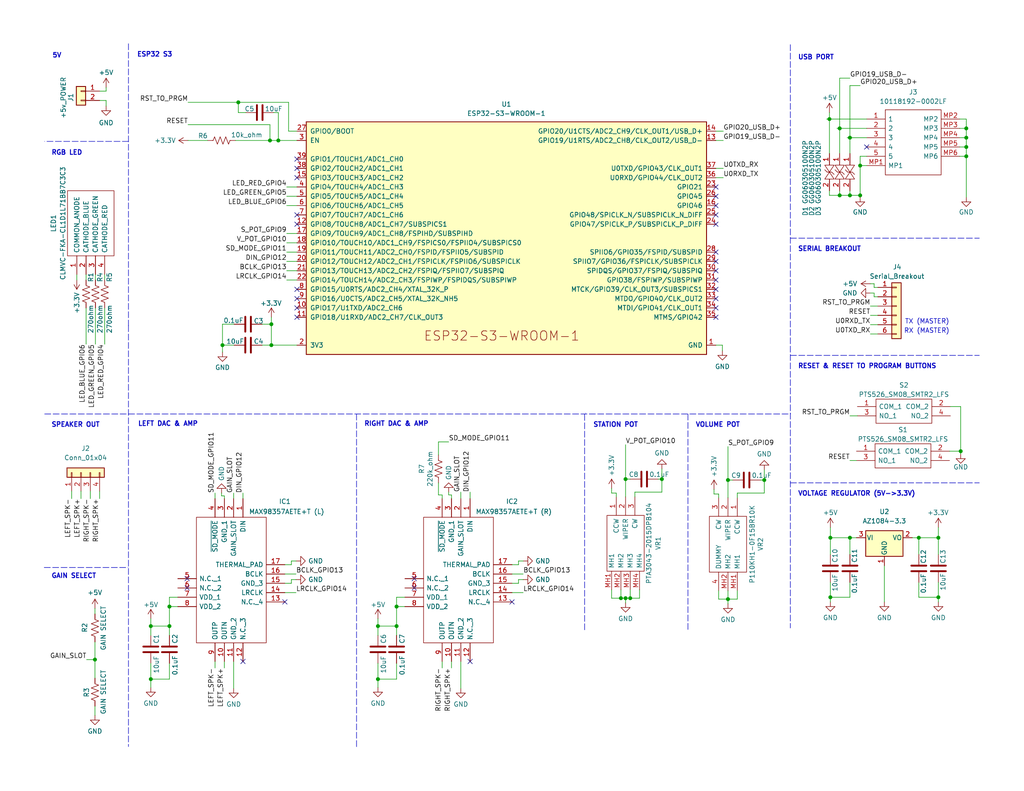
<source format=kicad_sch>
(kicad_sch (version 20211123) (generator eeschema)
  (paper "USLetter")
  (title_block (comment 1 "Reserved Pins: Strapping pins - GPIO0, GPIO3, GPIO45, GPIO46"))
  (lib_symbols
    (symbol "CLMVC-FKA-CL1D1L71BB7C3C3:CLMVC-FKA-CL1D1L71BB7C3C3" (pin_names (offset 0.762))
      (property "Reference" "LED1" (at 0 10.16 0))
      (property "Value" "CLMVC-FKA-CL1D1L71BB7C3C3" (at 0 7.62 0))
      (symbol "CLMVC-FKA-CL1D1L71BB7C3C3_0_0"
        (pin passive line (at -13.97 3.81 0) (length 5.08) (name "COMMON_ANODE") (number "1"))
        (pin passive line (at -13.97 1.27 0) (length 5.08) (name "CATHODE_BLUE") (number "2"))
        (pin passive line (at -13.97 -1.27 0) (length 5.08) (name "CATHODE_GREEN") (number "3"))
        (pin passive line (at -13.97 -3.81 0) (length 5.08) (name "CATHODE_RED") (number "4"))
      )
    )
    (symbol "Conn_01x02_1" (pin_names (offset 1.016) hide)
      (property "Reference" "J?" (at -2.286 -2.794 90))
      (property "Value" "Conn_01x02_1" (at -1.524 -4.826 90))
      (symbol "Conn_01x02_1_1_1"
        (pin passive line (at -5.08 -2.54 0) (length 3.81) (name "Pin_1") (number "1"))
        (pin passive line (at -5.08 0 0) (length 3.81) (name "Pin_2") (number "2"))
      )
    )
    (symbol "Connector_Generic:Conn_01x04" (pin_names (offset 1.016) hide)
      (property "Reference" "J" (at 0 5.08 0))
      (property "Value" "Conn_01x04" (at 0 -7.62 0))
      (symbol "Conn_01x04_1_1"
        (pin passive line (at -5.08 2.54 0) (length 3.81) (name "Pin_1") (number "1"))
        (pin passive line (at -5.08 0 0) (length 3.81) (name "Pin_2") (number "2"))
        (pin passive line (at -5.08 -2.54 0) (length 3.81) (name "Pin_3") (number "3"))
        (pin passive line (at -5.08 -5.08 0) (length 3.81) (name "Pin_4") (number "4"))
      )
    )
    (symbol "Connector_Generic:Conn_01x06" (pin_names (offset 1.016) hide)
      (property "Reference" "J" (at 0 7.62 0))
      (property "Value" "Conn_01x06" (at 0 -10.16 0))
      (symbol "Conn_01x06_1_1"
        (pin passive line (at -5.08 5.08 0) (length 3.81) (name "Pin_1") (number "1"))
        (pin passive line (at -5.08 2.54 0) (length 3.81) (name "Pin_2") (number "2"))
        (pin passive line (at -5.08 0 0) (length 3.81) (name "Pin_3") (number "3"))
        (pin passive line (at -5.08 -2.54 0) (length 3.81) (name "Pin_4") (number "4"))
        (pin passive line (at -5.08 -5.08 0) (length 3.81) (name "Pin_5") (number "5"))
        (pin passive line (at -5.08 -7.62 0) (length 3.81) (name "Pin_6") (number "6"))
      )
    )
    (symbol "Device:C" (pin_numbers hide) (pin_names (offset 0.254))
      (property "Reference" "C" (at 0.635 2.54 0))
      (property "Value" "C" (at 0.635 -2.54 0))
      (symbol "C_1_1"
        (pin passive line (at 0 3.81 270) (length 2.794) (name "~") (number "1"))
        (pin passive line (at 0 -3.81 90) (length 2.794) (name "~") (number "2"))
      )
    )
    (symbol "Device:R_US" (pin_numbers hide) (pin_names (offset 0))
      (property "Reference" "R" (at 2.54 0 90))
      (property "Value" "R_US" (at -2.54 0 90))
      (symbol "R_US_1_1"
        (pin passive line (at 0 3.81 270) (length 1.27) (name "~") (number "1"))
        (pin passive line (at 0 -3.81 90) (length 1.27) (name "~") (number "2"))
      )
    )
    (symbol "Espressif:ESP32-S3-WROOM-1" (pin_names (offset 1.016))
      (property "Reference" "U" (at -53.34 38.1 0))
      (property "Value" "ESP32-S3-WROOM-1" (at -53.34 35.56 0))
      (symbol "ESP32-S3-WROOM-1_0_0"
        (text "ESP32-S3-WROOM-1" (at 0 -25.4 0) (effects (font (size 2.54 2.54))))
        (pin power_in line (at 58.42 -27.94 180) (length 2.54) (name "GND") (number "1"))
        (pin bidirectional line (at -55.88 -17.78 0) (length 2.54) (name "GPIO17/U1TXD/ADC2_CH6") (number "10"))
        (pin bidirectional line (at -55.88 -20.32 0) (length 2.54) (name "GPIO18/U1RXD/ADC2_CH7/CLK_OUT3") (number "11"))
        (pin bidirectional line (at -55.88 5.08 0) (length 2.54) (name "GPIO8/TOUCH8/ADC1_CH7/SUBSPICS1") (number "12"))
        (pin bidirectional line (at 58.42 27.94 180) (length 2.54) (name "GPIO19/U1RTS/ADC2_CH8/CLK_OUT2/USB_D-") (number "13"))
        (pin bidirectional line (at 58.42 30.48 180) (length 2.54) (name "GPIO20/U1CTS/ADC2_CH9/CLK_OUT1/USB_D+") (number "14"))
        (pin bidirectional line (at -55.88 17.78 0) (length 2.54) (name "GPIO3/TOUCH3/ADC1_CH2") (number "15"))
        (pin bidirectional line (at 58.42 10.16 180) (length 2.54) (name "GPIO46") (number "16"))
        (pin bidirectional line (at -55.88 2.54 0) (length 2.54) (name "GPIO9/TOUCH9/ADC1_CH8/FSPIHD/SUBSPIHD") (number "17"))
        (pin bidirectional line (at -55.88 0 0) (length 2.54) (name "GPIO10/TOUCH10/ADC1_CH9/FSPICS0/FSPIIO4/SUBSPICS0") (number "18"))
        (pin bidirectional line (at -55.88 -2.54 0) (length 2.54) (name "GPIO11/TOUCH11/ADC2_CH0/FSPID/FSPIIO5/SUBSPID") (number "19"))
        (pin power_in line (at -55.88 -27.94 0) (length 2.54) (name "3V3") (number "2"))
        (pin bidirectional line (at -55.88 -5.08 0) (length 2.54) (name "GPIO12/TOUCH12/ADC2_CH1/FSPICLK/FSPIIO6/SUBSPICLK") (number "20"))
        (pin bidirectional line (at -55.88 -7.62 0) (length 2.54) (name "GPIO13/TOUCH13/ADC2_CH2/FSPIQ/FSPIIO7/SUBSPIQ") (number "21"))
        (pin bidirectional line (at -55.88 -10.16 0) (length 2.54) (name "GPIO14/TOUCH14/ADC2_CH3/FSPIWP/FSPIDQS/SUBSPIWP") (number "22"))
        (pin bidirectional line (at 58.42 15.24 180) (length 2.54) (name "GPIO21") (number "23"))
        (pin bidirectional line (at 58.42 5.08 180) (length 2.54) (name "GPIO47/SPICLK_P/SUBSPICLK_P_DIFF") (number "24"))
        (pin bidirectional line (at 58.42 7.62 180) (length 2.54) (name "GPIO48/SPICLK_N/SUBSPICLK_N_DIFF") (number "25"))
        (pin bidirectional line (at 58.42 12.7 180) (length 2.54) (name "GPIO45") (number "26"))
        (pin bidirectional line (at -55.88 30.48 0) (length 2.54) (name "GPIO0/BOOT") (number "27"))
        (pin bidirectional line (at 58.42 -2.54 180) (length 2.54) (name "SPIIO6/GPIO35/FSPID/SUBSPID") (number "28"))
        (pin bidirectional line (at 58.42 -5.08 180) (length 2.54) (name "SPIIO7/GPIO36/FSPICLK/SUBSPICLK") (number "29"))
        (pin input line (at -55.88 27.94 0) (length 2.54) (name "EN") (number "3"))
        (pin bidirectional line (at 58.42 -7.62 180) (length 2.54) (name "SPIDQS/GPIO37/FSPIQ/SUBSPIQ") (number "30"))
        (pin bidirectional line (at 58.42 -10.16 180) (length 2.54) (name "GPIO38/FSPIWP/SUBSPIWP") (number "31"))
        (pin bidirectional line (at 58.42 -12.7 180) (length 2.54) (name "MTCK/GPIO39/CLK_OUT3/SUBSPICS1") (number "32"))
        (pin bidirectional line (at 58.42 -15.24 180) (length 2.54) (name "MTDO/GPIO40/CLK_OUT2") (number "33"))
        (pin bidirectional line (at 58.42 -17.78 180) (length 2.54) (name "MTDI/GPIO41/CLK_OUT1") (number "34"))
        (pin bidirectional line (at 58.42 -20.32 180) (length 2.54) (name "MTMS/GPIO42") (number "35"))
        (pin bidirectional line (at 58.42 17.78 180) (length 2.54) (name "U0RXD/GPIO44/CLK_OUT2") (number "36"))
        (pin bidirectional line (at 58.42 20.32 180) (length 2.54) (name "U0TXD/GPIO43/CLK_OUT1") (number "37"))
        (pin bidirectional line (at -55.88 20.32 0) (length 2.54) (name "GPIO2/TOUCH2/ADC1_CH1") (number "38"))
        (pin bidirectional line (at -55.88 22.86 0) (length 2.54) (name "GPIO1/TOUCH1/ADC1_CH0") (number "39"))
        (pin bidirectional line (at -55.88 15.24 0) (length 2.54) (name "GPIO4/TOUCH4/ADC1_CH3") (number "4"))
        (pin passive line (at 58.42 -27.94 180) (length 2.54) hide (name "GND") (number "40"))
        (pin passive line (at 58.42 -27.94 180) (length 2.54) hide (name "GND") (number "41"))
        (pin bidirectional line (at -55.88 12.7 0) (length 2.54) (name "GPIO5/TOUCH5/ADC1_CH4") (number "5"))
        (pin bidirectional line (at -55.88 10.16 0) (length 2.54) (name "GPIO6/TOUCH6/ADC1_CH5") (number "6"))
        (pin bidirectional line (at -55.88 7.62 0) (length 2.54) (name "GPIO7/TOUCH7/ADC1_CH6") (number "7"))
        (pin bidirectional line (at -55.88 -12.7 0) (length 2.54) (name "GPIO15/U0RTS/ADC2_CH4/XTAL_32K_P") (number "8"))
        (pin bidirectional line (at -55.88 -15.24 0) (length 2.54) (name "GPIO16/U0CTS/ADC2_CH5/XTAL_32K_NH5") (number "9"))
      )
    )
    (symbol "MAX98357AETE+T_1" (pin_names (offset 0.762))
      (property "Reference" "IC1" (at -12.954 18.542 0))
      (property "Value" "MAX98357AETE+T (L)" (at -10.668 19.05 0))
      (symbol "MAX98357AETE+T_1_0_0"
        (pin passive line (at -22.86 3.81 0) (length 5.08) (name "DIN") (number "1"))
        (pin passive line (at 21.59 -1.27 180) (length 5.08) (name "OUTN") (number "10"))
        (pin passive line (at 21.59 1.27 180) (length 5.08) (name "GND_2") (number "11"))
        (pin passive line (at 21.59 3.81 180) (length 5.08) (name "N.C._3") (number "12"))
        (pin passive line (at 5.334 15.24 270) (length 5.08) (name "N.C._4") (number "13"))
        (pin passive line (at 2.794 15.24 270) (length 5.08) (name "LRCLK") (number "14"))
        (pin passive line (at 0.254 15.24 270) (length 5.08) (name "GND_3") (number "15"))
        (pin passive line (at -2.286 15.24 270) (length 5.08) (name "BCLK") (number "16"))
        (pin passive line (at -4.826 15.24 270) (length 5.08) (name "THERMAL_PAD") (number "17"))
        (pin passive line (at -22.86 1.27 0) (length 5.08) (name "GAIN_SLOT") (number "2"))
        (pin passive line (at -22.86 -1.27 0) (length 5.08) (name "GND_1") (number "3"))
        (pin passive line (at -22.86 -3.81 0) (length 5.08) (name "~{SD_MODE}") (number "4"))
        (pin passive line (at -1.016 -13.97 90) (length 5.08) (name "N.C._1") (number "5"))
        (pin passive line (at 1.524 -13.97 90) (length 5.08) (name "N.C._2") (number "6"))
        (pin passive line (at 4.064 -13.97 90) (length 5.08) (name "VDD_1") (number "7"))
        (pin passive line (at 6.604 -13.97 90) (length 5.08) (name "VDD_2") (number "8"))
        (pin passive line (at 21.59 -3.81 180) (length 5.08) (name "OUTP") (number "9"))
      )
    )
    (symbol "P110KH1-0F15BR10K:P110KH1-0F15BR10K" (pin_names (offset 0.762))
      (property "Reference" "VR?" (at -6.858 -11.43 0))
      (property "Value" "P110KH1-0F15BR10K" (at -9.398 -11.43 0))
      (symbol "P110KH1-0F15BR10K_0_0"
        (pin passive line (at -12.7 2.54 0) (length 5.08) (name "CCW") (number "1"))
        (pin passive line (at -12.7 0 0) (length 5.08) (name "WIPER") (number "2"))
        (pin passive line (at -12.7 -2.54 0) (length 5.08) (name "CW") (number "3"))
        (pin passive line (at 12.7 -2.54 180) (length 5.08) (name "DUMMY") (number "4"))
        (pin passive line (at 12.7 2.54 180) (length 5.08) (name "MH1") (number "MH1"))
        (pin passive line (at 12.7 0 180) (length 5.08) (name "MH2") (number "MH2"))
      )
    )
    (symbol "PTA3043-2015DPB104:PTA3043-2015DPB104" (pin_names (offset 0.762))
      (property "Reference" "VR?" (at 8.89 0 90))
      (property "Value" "PTA3043-2015DPB104" (at 6.35 0 90))
      (symbol "PTA3043-2015DPB104_0_0"
        (pin passive line (at -2.54 12.7 270) (length 5.08) (name "CCW") (number "1"))
        (pin passive line (at 0 12.7 270) (length 5.08) (name "WIPER") (number "2"))
        (pin passive line (at 2.54 12.7 270) (length 5.08) (name "CW") (number "3"))
        (pin passive line (at -3.81 -12.7 90) (length 5.08) (name "MH1") (number "MH1"))
        (pin passive line (at -1.27 -12.7 90) (length 5.08) (name "MH2") (number "MH2"))
        (pin passive line (at 1.27 -12.7 90) (length 5.08) (name "MH3") (number "MH3"))
        (pin passive line (at 3.81 -12.7 90) (length 5.08) (name "MH4") (number "MH4"))
      )
    )
    (symbol "Regulator_Linear:AZ1084-3.3" (pin_names (offset 0.254))
      (property "Reference" "U" (at -3.81 3.175 0))
      (property "Value" "AZ1084-3.3" (at 0 3.175 0))
      (symbol "AZ1084-3.3_1_1"
        (pin power_in line (at 0 -7.62 90) (length 2.54) (name "GND") (number "1"))
        (pin power_out line (at 7.62 0 180) (length 2.54) (name "VO") (number "2"))
        (pin power_in line (at -7.62 0 0) (length 2.54) (name "VI") (number "3"))
      )
    )
    (symbol "my-symbols-2:PTS526_SM08_SMTR2_LFS" (pin_names (offset 0.762))
      (property "Reference" "S?" (at 0 8.636 0))
      (property "Value" "PTS526_SM08_SMTR2_LFS" (at 0 6.096 0))
      (symbol "PTS526_SM08_SMTR2_LFS_0_0"
        (pin passive line (at -12.7 1.27 0) (length 5.08) (name "COM_1") (number "1"))
        (pin passive line (at 12.7 1.27 180) (length 5.08) (name "COM_2") (number "2"))
        (pin passive line (at -12.7 -1.27 0) (length 5.08) (name "NO_1") (number "3"))
        (pin passive line (at 12.7 -1.27 180) (length 5.08) (name "NO_2") (number "4"))
      )
    )
    (symbol "my-symbols-3:10118192-0002LF" (pin_names (offset 0.762))
      (property "Reference" "J" (at 21.59 7.62 0))
      (property "Value" "10118192-0002LF" (at 21.59 5.08 0))
      (symbol "10118192-0002LF_0_0"
        (pin passive line (at 0 0 0) (length 5.08) (name "1") (number "1"))
        (pin passive line (at 0 -2.54 0) (length 5.08) (name "2") (number "2"))
        (pin passive line (at 0 -5.08 0) (length 5.08) (name "3") (number "3"))
        (pin passive line (at 0 -7.62 0) (length 5.08) (name "4") (number "4"))
        (pin passive line (at 0 -10.16 0) (length 5.08) (name "5") (number "5"))
        (pin passive line (at 0 -12.7 0) (length 5.08) (name "MP1") (number "MP1"))
        (pin passive line (at 25.4 0 180) (length 5.08) (name "MP2") (number "MP2"))
        (pin passive line (at 25.4 -2.54 180) (length 5.08) (name "MP3") (number "MP3"))
        (pin passive line (at 25.4 -5.08 180) (length 5.08) (name "MP4") (number "MP4"))
        (pin passive line (at 25.4 -7.62 180) (length 5.08) (name "MP5") (number "MP5"))
        (pin passive line (at 25.4 -10.16 180) (length 5.08) (name "MP6") (number "MP6"))
      )
    )
    (symbol "my-symbols:GG060305100N2P" (pin_names (offset 0.762))
      (property "Reference" "D?" (at 0 5.842 0))
      (property "Value" "GG060305100N2P" (at 0 3.302 0))
      (symbol "GG060305100N2P_0_0"
        (pin bidirectional line (at -5.08 0 0) (length 3.18) (name "~") (number "1"))
        (pin bidirectional line (at 5.08 0 180) (length 3.18) (name "~") (number "2"))
      )
    )
    (symbol "power:+3.3V" (power) (pin_names (offset 0))
      (property "Value" "+3.3V" (at 0 3.556 0))
      (symbol "+3.3V_1_1"
        (pin power_in line (at 0 0 90) (length 0) hide (name "+3.3V") (number "1"))
      )
    )
    (symbol "power:+5V" (power) (pin_names (offset 0))
      (property "Value" "+5V" (at 0 3.556 0))
      (symbol "+5V_1_1"
        (pin power_in line (at 0 0 90) (length 0) hide (name "+5V") (number "1"))
      )
    )
    (symbol "power:GND" (power) (pin_names (offset 0))
      (property "Value" "GND" (at 0 -3.81 0))
      (symbol "GND_1_1"
        (pin power_in line (at 0 0 270) (length 0) hide (name "GND") (number "1"))
      )
    )
  )
  (junction (at 234.696 53.34))
  (junction (at 229.108 53.34))
  (junction (at 250.698 146.812))
  (junction (at 231.902 146.812))
  (junction (at 75.946 38.354))
  (junction (at 180.594 130.81))
  (junction (at 263.652 35.052))
  (junction (at 171.958 163.322))
  (junction (at 65.024 27.94))
  (junction (at 226.314 32.512))
  (junction (at 108.204 165.608))
  (junction (at 256.032 146.812))
  (junction (at 170.688 130.81))
  (junction (at 74.041 88.519))
  (junction (at 41.148 170.942))
  (junction (at 73.66 38.354))
  (junction (at 263.652 42.672))
  (junction (at 234.696 45.212))
  (junction (at 46.228 170.942))
  (junction (at 103.124 185.42))
  (junction (at 169.418 163.322))
  (junction (at 226.568 146.812))
  (junction (at 74.041 94.234))
  (junction (at 198.628 131.064))
  (junction (at 60.706 94.234))
  (junction (at 46.228 165.608))
  (junction (at 263.652 37.592))
  (junction (at 256.032 163.068))
  (junction (at 25.908 180.086))
  (junction (at 229.108 35.052))
  (junction (at 263.652 40.132))
  (junction (at 231.902 37.592))
  (junction (at 262.128 123.19))
  (junction (at 198.628 163.576))
  (junction (at 103.124 170.942))
  (junction (at 226.568 163.068))
  (junction (at 231.902 53.34))
  (junction (at 108.204 170.942))
  (junction (at 41.148 185.42))
  (junction (at 208.534 131.064))
  (junction (at 170.688 163.322))
  (no_connect (at 51.054 157.988))
  (no_connect (at 81.026 84.074))
  (no_connect (at 81.026 61.214))
  (no_connect (at 195.326 71.374))
  (no_connect (at 81.026 43.434))
  (no_connect (at 195.326 53.594))
  (no_connect (at 195.326 81.534))
  (no_connect (at 236.474 40.132))
  (no_connect (at 195.326 61.214))
  (no_connect (at 51.054 160.528))
  (no_connect (at 81.026 78.994))
  (no_connect (at 113.03 160.528))
  (no_connect (at 195.326 73.914))
  (no_connect (at 81.026 58.674))
  (no_connect (at 195.326 84.074))
  (no_connect (at 77.724 164.338))
  (no_connect (at 81.026 48.514))
  (no_connect (at 195.326 68.834))
  (no_connect (at 113.03 157.988))
  (no_connect (at 195.326 78.994))
  (no_connect (at 81.026 86.614))
  (no_connect (at 128.27 180.594))
  (no_connect (at 195.326 51.054))
  (no_connect (at 195.326 56.134))
  (no_connect (at 81.026 45.974))
  (no_connect (at 139.7 164.338))
  (no_connect (at 81.026 81.534))
  (no_connect (at 66.294 180.594))
  (no_connect (at 195.326 76.454))
  (no_connect (at 195.326 86.614))
  (no_connect (at 195.326 58.674))
  (wire (pts (xy 261.874 40.132) (xy 263.652 40.132)))
  (wire (pts (xy 63.881 94.234) (xy 60.706 94.234)))
  (wire (pts (xy 229.108 35.052) (xy 228.346 35.052)))
  (wire (pts (xy 41.148 185.42) (xy 46.228 185.42)))
  (wire (pts (xy 231.902 159.004) (xy 231.902 163.068)))
  (wire (pts (xy 24.638 134.112) (xy 24.638 136.144)))
  (wire (pts (xy 171.958 163.322) (xy 174.498 163.322)))
  (wire (pts (xy 229.108 53.34) (xy 231.902 53.34)))
  (wire (pts (xy 79.502 158.242) (xy 79.502 159.258)))
  (wire (pts (xy 198.628 164.846) (xy 198.628 163.576)))
  (wire (pts (xy 238.506 81.026) (xy 239.522 81.026)))
  (wire (pts (xy 261.874 42.672) (xy 263.652 42.672)))
  (wire (pts (xy 234.696 45.212) (xy 236.474 45.212)))
  (wire (pts (xy 65.024 27.94) (xy 65.024 30.734)))
  (wire (pts (xy 198.628 163.576) (xy 201.168 163.576)))
  (wire (pts (xy 170.688 130.81) (xy 171.958 130.81)))
  (wire (pts (xy 142.748 158.242) (xy 141.478 158.242)))
  (wire (pts (xy 256.032 146.812) (xy 256.032 151.384)))
  (polyline (pts (xy 97.282 113.03) (xy 97.282 203.962)))
  (wire (pts (xy 122.428 134.366) (xy 122.428 135.128)))
  (wire (pts (xy 196.088 163.576) (xy 198.628 163.576)))
  (wire (pts (xy 237.49 83.566) (xy 239.522 83.566)))
  (wire (pts (xy 231.902 37.592) (xy 236.474 37.592)))
  (wire (pts (xy 67.056 30.734) (xy 65.024 30.734)))
  (polyline (pts (xy 215.646 97.028) (xy 267.208 97.028)))
  (wire (pts (xy 80.772 153.162) (xy 79.502 153.162)))
  (wire (pts (xy 231.902 113.538) (xy 233.934 113.538)))
  (wire (pts (xy 226.314 32.512) (xy 236.474 32.512)))
  (wire (pts (xy 60.452 134.62) (xy 60.452 135.382)))
  (wire (pts (xy 238.506 80.01) (xy 238.506 81.026)))
  (wire (pts (xy 226.568 146.812) (xy 226.568 151.384)))
  (wire (pts (xy 58.674 134.62) (xy 58.674 136.144)))
  (wire (pts (xy 250.698 163.068) (xy 256.032 163.068)))
  (wire (pts (xy 78.232 73.914) (xy 81.026 73.914)))
  (wire (pts (xy 231.902 146.812) (xy 231.902 151.384)))
  (wire (pts (xy 58.674 180.594) (xy 58.674 182.372)))
  (wire (pts (xy 234.696 53.34) (xy 234.696 45.212)))
  (wire (pts (xy 166.878 163.322) (xy 169.418 163.322)))
  (polyline (pts (xy 215.646 131.826) (xy 267.208 131.826)))
  (wire (pts (xy 241.3 154.432) (xy 241.3 164.338)))
  (wire (pts (xy 194.818 133.604) (xy 194.818 134.874)))
  (wire (pts (xy 198.628 131.064) (xy 199.898 131.064)))
  (wire (pts (xy 51.308 34.036) (xy 73.66 34.036)))
  (wire (pts (xy 103.124 170.942) (xy 103.124 168.91)))
  (wire (pts (xy 41.148 170.942) (xy 41.148 173.482)))
  (wire (pts (xy 231.902 163.068) (xy 226.568 163.068)))
  (wire (pts (xy 28.956 24.892) (xy 28.956 23.876)))
  (wire (pts (xy 170.688 163.322) (xy 170.688 164.592)))
  (polyline (pts (xy 187.706 113.03) (xy 187.706 171.958)))
  (wire (pts (xy 73.66 38.354) (xy 75.946 38.354)))
  (polyline (pts (xy 35.052 88.9) (xy 35.052 203.835)))
  (wire (pts (xy 262.128 123.19) (xy 262.128 123.952)))
  (wire (pts (xy 238.506 78.486) (xy 239.522 78.486)))
  (wire (pts (xy 197.104 94.234) (xy 197.104 95.758)))
  (wire (pts (xy 46.228 165.608) (xy 48.514 165.608)))
  (wire (pts (xy 197.358 35.814) (xy 195.326 35.814)))
  (wire (pts (xy 180.594 128.016) (xy 180.594 130.81)))
  (wire (pts (xy 256.032 159.004) (xy 256.032 163.068)))
  (wire (pts (xy 231.902 37.592) (xy 231.14 37.592)))
  (wire (pts (xy 46.228 181.102) (xy 46.228 185.42)))
  (wire (pts (xy 141.478 154.178) (xy 139.7 154.178)))
  (wire (pts (xy 256.032 163.068) (xy 256.032 164.338)))
  (polyline (pts (xy 159.766 112.776) (xy 159.766 112.776)))
  (wire (pts (xy 27.178 134.112) (xy 27.178 136.144)))
  (wire (pts (xy 103.124 170.942) (xy 103.124 173.482)))
  (wire (pts (xy 139.7 156.718) (xy 142.748 156.718)))
  (wire (pts (xy 41.148 170.942) (xy 41.148 168.91)))
  (wire (pts (xy 25.908 175.26) (xy 25.908 180.086)))
  (wire (pts (xy 170.688 121.412) (xy 170.688 130.81)))
  (wire (pts (xy 81.026 76.454) (xy 78.232 76.454)))
  (wire (pts (xy 237.49 86.106) (xy 239.522 86.106)))
  (wire (pts (xy 259.334 110.998) (xy 262.128 110.998)))
  (wire (pts (xy 64.262 38.354) (xy 73.66 38.354)))
  (wire (pts (xy 234.696 45.212) (xy 234.696 42.672)))
  (wire (pts (xy 231.902 37.592) (xy 231.902 41.91)))
  (polyline (pts (xy 35.052 38.608) (xy 12.192 38.608)))
  (wire (pts (xy 78.232 56.134) (xy 81.026 56.134)))
  (wire (pts (xy 73.66 34.036) (xy 73.66 38.354)))
  (wire (pts (xy 179.578 130.81) (xy 180.594 130.81)))
  (wire (pts (xy 226.568 159.004) (xy 226.568 163.068)))
  (wire (pts (xy 231.902 52.07) (xy 231.902 53.34)))
  (wire (pts (xy 75.946 38.354) (xy 81.026 38.354)))
  (wire (pts (xy 196.088 134.874) (xy 196.088 135.89)))
  (wire (pts (xy 119.634 120.65) (xy 122.428 120.65)))
  (wire (pts (xy 46.228 170.942) (xy 41.148 170.942)))
  (wire (pts (xy 195.326 48.514) (xy 197.358 48.514)))
  (wire (pts (xy 66.294 136.144) (xy 66.294 134.62)))
  (wire (pts (xy 226.314 30.734) (xy 226.314 32.512)))
  (wire (pts (xy 123.19 180.594) (xy 123.19 182.372)))
  (wire (pts (xy 28.575 84.074) (xy 28.575 93.98)))
  (wire (pts (xy 103.124 185.42) (xy 103.124 187.706)))
  (wire (pts (xy 250.698 146.812) (xy 250.698 151.384)))
  (wire (pts (xy 26.035 74.93) (xy 26.035 76.454)))
  (wire (pts (xy 169.418 163.322) (xy 170.688 163.322)))
  (wire (pts (xy 74.041 88.519) (xy 74.041 94.234)))
  (wire (pts (xy 142.748 153.162) (xy 141.478 153.162)))
  (wire (pts (xy 170.688 163.322) (xy 171.958 163.322)))
  (wire (pts (xy 78.232 66.294) (xy 81.026 66.294)))
  (wire (pts (xy 120.65 180.594) (xy 120.65 182.372)))
  (wire (pts (xy 80.772 158.242) (xy 79.502 158.242)))
  (wire (pts (xy 51.308 38.354) (xy 56.642 38.354)))
  (wire (pts (xy 231.902 53.34) (xy 234.696 53.34)))
  (wire (pts (xy 41.148 185.42) (xy 41.148 187.706)))
  (polyline (pts (xy 159.512 171.958) (xy 159.512 112.776)))
  (wire (pts (xy 171.958 161.036) (xy 171.958 163.322)))
  (wire (pts (xy 125.73 134.366) (xy 125.73 136.144)))
  (wire (pts (xy 123.19 136.144) (xy 123.19 135.128)))
  (wire (pts (xy 141.478 159.258) (xy 139.7 159.258)))
  (wire (pts (xy 226.314 32.512) (xy 225.552 32.512)))
  (wire (pts (xy 78.232 63.754) (xy 81.026 63.754)))
  (polyline (pts (xy 215.646 112.776) (xy 215.646 113.03)))
  (wire (pts (xy 234.696 23.368) (xy 231.902 23.368)))
  (wire (pts (xy 261.874 35.052) (xy 263.652 35.052)))
  (wire (pts (xy 262.128 110.998) (xy 262.128 123.19)))
  (wire (pts (xy 103.124 185.42) (xy 108.204 185.42)))
  (wire (pts (xy 119.634 124.206) (xy 119.634 120.65)))
  (wire (pts (xy 263.652 42.672) (xy 263.652 53.848)))
  (polyline (pts (xy 35.052 11.938) (xy 35.052 88.9)))
  (wire (pts (xy 123.19 135.128) (xy 122.428 135.128)))
  (wire (pts (xy 61.214 135.382) (xy 61.214 136.144)))
  (wire (pts (xy 51.308 27.94) (xy 65.024 27.94)))
  (wire (pts (xy 231.902 23.368) (xy 231.902 37.592)))
  (wire (pts (xy 226.314 32.512) (xy 226.314 41.91)))
  (polyline (pts (xy 215.646 65.024) (xy 267.208 65.024)))
  (wire (pts (xy 229.108 21.336) (xy 229.108 35.052)))
  (wire (pts (xy 23.495 74.93) (xy 23.495 76.454)))
  (wire (pts (xy 198.628 161.29) (xy 198.628 163.576)))
  (wire (pts (xy 108.204 170.942) (xy 108.204 173.482)))
  (wire (pts (xy 46.228 165.608) (xy 46.228 170.942)))
  (wire (pts (xy 81.026 68.834) (xy 78.232 68.834)))
  (wire (pts (xy 170.688 130.81) (xy 170.688 135.636)))
  (wire (pts (xy 108.204 165.608) (xy 108.204 170.942)))
  (wire (pts (xy 229.108 52.07) (xy 229.108 53.34)))
  (wire (pts (xy 120.65 135.128) (xy 119.634 135.128)))
  (wire (pts (xy 78.74 27.94) (xy 78.74 35.814)))
  (wire (pts (xy 60.706 88.519) (xy 60.706 94.234)))
  (wire (pts (xy 173.228 134.366) (xy 173.228 135.636)))
  (wire (pts (xy 128.27 134.366) (xy 128.27 136.144)))
  (wire (pts (xy 174.498 161.036) (xy 174.498 163.322)))
  (wire (pts (xy 65.024 27.94) (xy 78.74 27.94)))
  (wire (pts (xy 79.502 153.162) (xy 79.502 154.178)))
  (wire (pts (xy 169.418 161.036) (xy 169.418 163.322)))
  (wire (pts (xy 119.634 131.826) (xy 119.634 135.128)))
  (wire (pts (xy 248.92 146.812) (xy 250.698 146.812)))
  (wire (pts (xy 180.594 134.366) (xy 173.228 134.366)))
  (wire (pts (xy 195.326 45.974) (xy 197.358 45.974)))
  (wire (pts (xy 75.946 30.734) (xy 75.946 38.354)))
  (wire (pts (xy 74.041 94.234) (xy 71.501 94.234)))
  (polyline (pts (xy 215.646 126.746) (xy 215.646 171.45)))
  (wire (pts (xy 201.168 134.62) (xy 201.168 135.89)))
  (wire (pts (xy 229.108 35.052) (xy 236.474 35.052)))
  (wire (pts (xy 166.878 133.35) (xy 166.878 134.62)))
  (wire (pts (xy 74.676 30.734) (xy 75.946 30.734)))
  (wire (pts (xy 28.575 74.93) (xy 28.575 76.454)))
  (wire (pts (xy 25.908 166.116) (xy 25.908 167.64)))
  (wire (pts (xy 231.902 125.73) (xy 233.68 125.73)))
  (wire (pts (xy 108.204 165.608) (xy 110.49 165.608)))
  (wire (pts (xy 78.232 53.594) (xy 81.026 53.594)))
  (wire (pts (xy 79.502 159.258) (xy 77.724 159.258)))
  (wire (pts (xy 226.568 163.068) (xy 226.568 164.338)))
  (wire (pts (xy 234.696 53.848) (xy 234.696 53.34)))
  (wire (pts (xy 263.652 37.592) (xy 263.652 40.132)))
  (wire (pts (xy 194.818 134.874) (xy 196.088 134.874)))
  (wire (pts (xy 22.098 134.112) (xy 22.098 136.144)))
  (wire (pts (xy 108.204 163.068) (xy 108.204 165.608)))
  (wire (pts (xy 60.706 94.234) (xy 60.706 96.139)))
  (wire (pts (xy 233.68 146.812) (xy 231.902 146.812)))
  (wire (pts (xy 27.178 27.432) (xy 28.956 27.432)))
  (polyline (pts (xy 215.646 12.192) (xy 215.646 126.746)))
  (wire (pts (xy 263.652 35.052) (xy 263.652 37.592)))
  (wire (pts (xy 262.128 123.19) (xy 259.08 123.19)))
  (wire (pts (xy 250.698 146.812) (xy 256.032 146.812)))
  (wire (pts (xy 23.622 180.086) (xy 25.908 180.086)))
  (wire (pts (xy 103.124 181.102) (xy 103.124 185.42)))
  (wire (pts (xy 79.502 154.178) (xy 77.724 154.178)))
  (wire (pts (xy 261.874 32.512) (xy 263.652 32.512)))
  (wire (pts (xy 201.168 161.29) (xy 201.168 163.576)))
  (wire (pts (xy 231.902 21.336) (xy 229.108 21.336)))
  (wire (pts (xy 141.478 158.242) (xy 141.478 159.258)))
  (wire (pts (xy 63.754 136.144) (xy 63.754 134.62)))
  (wire (pts (xy 195.326 94.234) (xy 197.104 94.234)))
  (wire (pts (xy 139.7 161.798) (xy 142.748 161.798)))
  (wire (pts (xy 166.878 161.036) (xy 166.878 163.322)))
  (wire (pts (xy 120.65 136.144) (xy 120.65 135.128)))
  (wire (pts (xy 74.041 86.614) (xy 74.041 88.519)))
  (wire (pts (xy 231.902 146.812) (xy 226.568 146.812)))
  (wire (pts (xy 237.49 77.47) (xy 238.506 77.47)))
  (wire (pts (xy 239.522 91.186) (xy 237.49 91.186)))
  (wire (pts (xy 261.874 37.592) (xy 263.652 37.592)))
  (wire (pts (xy 27.178 24.892) (xy 28.956 24.892)))
  (wire (pts (xy 196.088 161.29) (xy 196.088 163.576)))
  (wire (pts (xy 23.495 84.074) (xy 23.495 93.98)))
  (wire (pts (xy 238.506 77.47) (xy 238.506 78.486)))
  (wire (pts (xy 141.478 153.162) (xy 141.478 154.178)))
  (wire (pts (xy 263.652 40.132) (xy 263.652 42.672)))
  (polyline (pts (xy 12.065 154.94) (xy 34.925 154.94)))
  (wire (pts (xy 25.908 195.326) (xy 25.908 192.786)))
  (wire (pts (xy 78.74 35.814) (xy 81.026 35.814)))
  (wire (pts (xy 250.698 159.004) (xy 250.698 163.068)))
  (wire (pts (xy 229.108 35.052) (xy 229.108 41.91)))
  (wire (pts (xy 77.724 156.718) (xy 80.772 156.718)))
  (wire (pts (xy 110.49 163.068) (xy 108.204 163.068)))
  (polyline (pts (xy 12.192 113.03) (xy 215.646 113.03)))
  (wire (pts (xy 108.204 170.942) (xy 103.124 170.942)))
  (wire (pts (xy 60.452 135.382) (xy 61.214 135.382)))
  (wire (pts (xy 226.314 52.07) (xy 226.314 53.34)))
  (wire (pts (xy 19.558 134.112) (xy 19.558 136.144)))
  (wire (pts (xy 26.035 84.074) (xy 26.035 93.98)))
  (wire (pts (xy 25.908 180.086) (xy 25.908 185.166)))
  (wire (pts (xy 63.881 88.519) (xy 60.706 88.519)))
  (wire (pts (xy 234.696 42.672) (xy 236.474 42.672)))
  (wire (pts (xy 78.232 51.054) (xy 81.026 51.054)))
  (wire (pts (xy 77.724 161.798) (xy 80.772 161.798)))
  (wire (pts (xy 168.148 134.62) (xy 168.148 135.636)))
  (wire (pts (xy 256.032 144.018) (xy 256.032 146.812)))
  (wire (pts (xy 198.628 131.064) (xy 198.628 135.89)))
  (wire (pts (xy 78.232 71.374) (xy 81.026 71.374)))
  (wire (pts (xy 46.228 163.068) (xy 46.228 165.608)))
  (wire (pts (xy 226.568 144.018) (xy 226.568 146.812)))
  (wire (pts (xy 180.594 130.81) (xy 180.594 134.366)))
  (wire (pts (xy 48.514 163.068) (xy 46.228 163.068)))
  (wire (pts (xy 226.314 53.34) (xy 229.108 53.34)))
  (wire (pts (xy 237.49 80.01) (xy 238.506 80.01)))
  (wire (pts (xy 208.534 128.27) (xy 208.534 131.064)))
  (wire (pts (xy 74.041 88.519) (xy 71.501 88.519)))
  (wire (pts (xy 28.956 27.432) (xy 28.956 28.956)))
  (wire (pts (xy 208.534 134.62) (xy 201.168 134.62)))
  (wire (pts (xy 20.955 76.454) (xy 20.955 74.93)))
  (wire (pts (xy 207.518 131.064) (xy 208.534 131.064)))
  (wire (pts (xy 239.522 88.646) (xy 237.49 88.646)))
  (wire (pts (xy 195.326 38.354) (xy 197.358 38.354)))
  (wire (pts (xy 108.204 181.102) (xy 108.204 185.42)))
  (wire (pts (xy 263.652 32.512) (xy 263.652 35.052)))
  (wire (pts (xy 46.228 170.942) (xy 46.228 173.482)))
  (wire (pts (xy 208.534 131.064) (xy 208.534 134.62)))
  (wire (pts (xy 166.878 134.62) (xy 168.148 134.62)))
  (wire (pts (xy 61.214 180.594) (xy 61.214 182.372)))
  (wire (pts (xy 41.148 181.102) (xy 41.148 185.42)))
  (wire (pts (xy 125.73 180.594) (xy 125.73 187.96)))
  (wire (pts (xy 63.754 180.594) (xy 63.754 187.96)))
  (wire (pts (xy 198.628 121.92) (xy 198.628 131.064)))
  (wire (pts (xy 74.041 94.234) (xy 81.026 94.234)))
  (text "RESET & RESET TO PROGRAM BUTTONS" (at 217.678 100.838 0) (effects (font (size 1.27 1.27) (thickness 0.254) bold) (justify left bottom)))
  (text "RGB LED" (at 13.97 42.545 0) (effects (font (size 1.27 1.27) (thickness 0.254) bold) (justify left bottom)))
  (text "VOLUME POT" (at 189.738 116.84 0) (effects (font (size 1.27 1.27) (thickness 0.254) bold) (justify left bottom)))
  (text "LEFT DAC & AMP" (at 37.592 116.586 0) (effects (font (size 1.27 1.27) (thickness 0.254) bold) (justify left bottom)))
  (text "5V " (at 14.224 16.002 0) (effects (font (size 1.27 1.27) (thickness 0.254) bold) (justify left bottom)))
  (text "STATION POT" (at 161.798 116.84 0) (effects (font (size 1.27 1.27) (thickness 0.254) bold) (justify left bottom)))
  (text "SPEAKER OUT" (at 13.97 116.84 0) (effects (font (size 1.27 1.27) (thickness 0.254) bold) (justify left bottom)))
  (text "RIGHT DAC & AMP" (at 99.314 116.586 0) (effects (font (size 1.27 1.27) (thickness 0.254) bold) (justify left bottom)))
  (text "ESP32 S3" (at 37.338 15.748 0) (effects (font (size 1.27 1.27) (thickness 0.254) bold) (justify left bottom)))
  (text "SERIAL BREAKOUT" (at 217.678 68.834 0) (effects (font (size 1.27 1.27) (thickness 0.254) bold) (justify left bottom)))
  (text "USB PORT" (at 217.678 16.51 0) (effects (font (size 1.27 1.27) (thickness 0.254) bold) (justify left bottom)))
  (text "GAIN SELECT" (at 13.97 158.115 0) (effects (font (size 1.27 1.27) (thickness 0.254) bold) (justify left bottom)))
  (text "VOLTAGE REGULATOR (5V->3.3V)" (at 217.678 135.636 0) (effects (font (size 1.27 1.27) (thickness 0.254) bold) (justify left bottom)))
  (text "RX (MASTER)" (at 246.634 91.186 0) (effects (font (size 1.27 1.27)) (justify left bottom)))
  (text "TX (MASTER)" (at 246.888 88.646 0) (effects (font (size 1.27 1.27)) (justify left bottom)))
  (label "S_POT_GPIO9" (at 198.628 121.92 0))
  (label "U0TXD_RX" (at 197.358 45.974 0))
  (label "GAIN_SLOT" (at 125.73 134.366 90))
  (label "LEFT_SPK-" (at 19.558 136.144 270))
  (label "LED_RED_GPIO4" (at 78.232 51.054 180))
  (label "RIGHT_SPK-" (at 24.638 136.144 270))
  (label "LRCLK_GPIO14" (at 78.232 76.454 180))
  (label "SD_MODE_GPIO11" (at 58.674 134.62 90))
  (label "SD_MODE_GPIO11" (at 122.428 120.65 0))
  (label "BCLK_GPIO13" (at 78.232 73.914 180))
  (label "DIN_GPIO12" (at 128.27 134.366 90))
  (label "GPIO20_USB_D+" (at 197.358 35.814 0))
  (label "LED_BLUE_GPIO6" (at 23.495 93.98 270))
  (label "LED_RED_GPIO4" (at 28.575 93.98 270))
  (label "S_POT_GPIO9" (at 78.232 63.754 180))
  (label "LED_GREEN_GPIO5" (at 26.035 93.98 270))
  (label "RESET" (at 51.308 34.036 180))
  (label "U0TXD_RX" (at 237.49 91.186 180))
  (label "LEFT_SPK+" (at 61.214 182.372 270))
  (label "DIN_GPIO12" (at 66.294 134.62 90))
  (label "BCLK_GPIO13" (at 80.772 156.718 0))
  (label "GPIO19_USB_D-" (at 231.902 21.336 0))
  (label "SD_MODE_GPIO11" (at 78.232 68.834 180))
  (label "GPIO20_USB_D+" (at 234.696 23.368 0))
  (label "LED_BLUE_GPIO6" (at 78.232 56.134 180))
  (label "RST_TO_PRGM" (at 237.49 83.566 180))
  (label "RST_TO_PRGM" (at 51.308 27.94 180))
  (label "GAIN_SLOT" (at 63.754 134.62 90))
  (label "RIGHT_SPK-" (at 120.65 182.372 270))
  (label "RIGHT_SPK+" (at 27.178 136.144 270))
  (label "LRCLK_GPIO14" (at 142.748 161.798 0))
  (label "BCLK_GPIO13" (at 142.748 156.718 0))
  (label "LRCLK_GPIO14" (at 80.772 161.798 0))
  (label "GPIO19_USB_D-" (at 197.358 38.354 0))
  (label "RIGHT_SPK+" (at 123.19 182.372 270))
  (label "GAIN_SLOT" (at 23.622 180.086 180))
  (label "U0RXD_TX" (at 197.358 48.514 0))
  (label "RESET" (at 237.49 86.106 180))
  (label "U0RXD_TX" (at 237.49 88.646 180))
  (label "LEFT_SPK-" (at 58.674 182.372 270))
  (label "DIN_GPIO12" (at 78.232 71.374 180))
  (label "V_POT_GPIO10" (at 170.688 121.412 0))
  (label "LEFT_SPK+" (at 22.098 136.144 270))
  (label "V_POT_GPIO10" (at 78.232 66.294 180))
  (label "LED_GREEN_GPIO5" (at 78.232 53.594 180))
  (label "RESET" (at 231.902 125.73 180))
  (label "RST_TO_PRGM" (at 231.902 113.538 180))
  (symbol (lib_id "power:GND") (at 80.772 153.162 90) (unit 1)
    (property "Reference" "#PWR013" (effects hide))
    (property "Value" "GND" (at 84.074 153.162 90) (effects (justify right)))
  )
  (symbol (lib_id "Device:R_US") (at 60.452 38.354 90) (unit 1)
    (property "Reference" "R6" (at 55.372 37.084 90))
    (property "Value" "10k_ohm" (at 67.31 36.83 90))
    (property "Footprint" "Resistor_SMD:R_1206_3216Metric" (effects hide))
  )
  (symbol (lib_id "power:GND") (at 142.748 158.242 90) (unit 1)
    (property "Reference" "#PWR020" (effects hide))
    (property "Value" "GND" (at 146.05 158.242 90) (effects (justify right)))
  )
  (symbol (lib_id "power:+5V") (at 28.956 23.876 0) (unit 1)
    (property "Reference" "#PWR04" (effects hide))
    (property "Value" "+5V" (at 28.956 19.812 0))
  )
  (symbol (lib_id "Device:R_US") (at 23.495 80.264 180) (unit 1)
    (property "Reference" "R1" (at 24.765 75.692 90))
    (property "Value" "270ohm" (at 24.765 87.122 90))
    (property "Footprint" "Resistor_SMD:R_1206_3216Metric" (effects hide))
  )
  (symbol (lib_id "my-symbols:GG060305100N2P") (at 226.314 46.99 270) (unit 1)
    (property "Reference" "D1" (at 219.71 57.658 0))
    (property "Value" "GG060305100N2P" (at 219.71 46.99 0))
    (property "Footprint" "my-footprints:DIONC1608X70N" (effects hide))
    (property "Datasheet" "https://www.mouser.com/datasheet/2/40/AVX_GiGuard-2401264.pdf" (effects hide))
    (property "Description" "ESD Suppressors / TVS Diodes SMP Diode 0603 5V 10pF <8V Clamp@1a" (effects hide))
    (property "Height" "0.7" (effects hide))
    (property "Manufacturer_Name" "Kyocera AVX" (effects hide))
    (property "Manufacturer_Part_Number" "GG060305100N2P" (effects hide))
    (property "Mouser Part Number" "581-GG060305100N2P" (effects hide))
    (property "Mouser Price/Stock" "https://www.mouser.co.uk/ProductDetail/KYOCERA-AVX/GG060305100N2P?qs=QNEnbhJQKvZ38qL0Ea5hYg%3D%3D" (effects hide))
  )
  (symbol (lib_id "power:+5V") (at 41.148 168.91 0) (unit 1)
    (property "Reference" "#PWR06" (effects hide))
    (property "Value" "+5V" (at 39.116 165.1 0) (effects (justify left)))
  )
  (symbol (lib_id "power:GND") (at 208.534 128.27 180) (unit 1)
    (property "Reference" "#PWR027" (effects hide))
    (property "Value" "GND" (at 208.534 123.952 0))
  )
  (symbol (lib_id "power:GND") (at 41.148 187.706 0) (unit 1)
    (property "Reference" "#PWR07" (effects hide))
    (property "Value" "GND" (at 41.148 192.024 0))
  )
  (symbol (lib_id "Device:C") (at 70.866 30.734 270) (unit 1)
    (property "Reference" "C5" (at 68.072 29.718 90))
    (property "Value" "10uF" (at 74.676 29.718 90))
    (property "Footprint" "Capacitor_SMD:C_0805_2012Metric" (effects hide))
  )
  (symbol (lib_id "power:+5V") (at 226.314 30.734 0) (unit 1)
    (property "Reference" "#PWR028" (effects hide))
    (property "Value" "+5V" (at 224.282 26.67 0) (effects (justify left)))
  )
  (symbol (lib_id "Connector_Generic:Conn_01x06") (at 244.602 83.566 0) (unit 1)
    (property "Reference" "J4" (at 243.586 72.898 0) (effects (justify left)))
    (property "Value" "Serial_Breakout" (at 237.236 75.438 0) (effects (justify left)))
    (property "Footprint" "Connector_PinHeader_2.54mm:PinHeader_1x06_P2.54mm_Vertical" (effects hide))
  )
  (symbol (lib_id "CLMVC-FKA-CL1D1L71BB7C3C3:CLMVC-FKA-CL1D1L71BB7C3C3") (at 24.765 60.96 90) (unit 1)
    (property "Reference" "LED1" (at 14.605 60.96 0))
    (property "Value" "CLMVC-FKA-CL1D1L71BB7C3C3" (at 17.145 60.96 0))
    (property "Footprint" "CLMVC-FKA-CL1D1L71BB7C3C3:CLMVCFKACL1D1L71BB7C3C3" (effects hide))
    (property "Datasheet" "https://www.cree.com/led-components/media/documents/1273-CLMVC-FKA.pdf" (effects hide))
    (property "Description" "Standard LEDs - SMD RGB SMD" (effects hide))
    (property "Height" "1" (effects hide))
    (property "Manufacturer_Name" "Wolfspeed" (effects hide))
    (property "Manufacturer_Part_Number" "CLMVC-FKA-CL1D1L71BB7C3C3" (effects hide))
    (property "Mouser Part Number" "941-CLMVCFKACL1D1L71" (effects hide))
    (property "Mouser Price/Stock" "https://www.mouser.co.uk/ProductDetail/Cree-LED/CLMVC-FKA-CL1D1L71BB7C3C3?qs=fSnNYG2PaKLJAXXrLOgMiQ%3D%3D" (effects hide))
    (property "Arrow Part Number" "CLMVC-FKA-CL1D1L71BB7C3C3" (effects hide))
    (property "Arrow Price/Stock" "https://www.arrow.com/en/products/clmvc-fka-cl1d1l71bb7c3c3/cree-led?region=nac" (effects hide))
  )
  (symbol (lib_id "power:GND") (at 180.594 128.016 180) (unit 1)
    (property "Reference" "#PWR023" (effects hide))
    (property "Value" "GND" (at 180.594 123.698 0))
  )
  (symbol (lib_id "power:GND") (at 80.772 158.242 90) (unit 1)
    (property "Reference" "#PWR014" (effects hide))
    (property "Value" "GND" (at 84.074 158.242 90) (effects (justify right)))
  )
  (symbol (lib_name "MAX98357AETE+T_1") (lib_id "MAX98357AETE+T:MAX98357AETE+T") (at 62.484 159.004 270) (unit 1)
    (property "Reference" "IC1" (at 77.724 136.906 90))
    (property "Value" "MAX98357AETE+T (L)" (at 78.232 139.7 90))
    (property "Footprint" "MAX98357AETE+T:QFN50P300X300X80-17N" (effects hide))
    (property "Datasheet" "https://datasheets.maximintegrated.com/en/ds/MAX98357A-MAX98357B.pdf" (effects hide))
    (property "Description" "Audio Amplifiers Digital Input Class D Amplifier" (effects hide))
    (property "Height" "0.8" (effects hide))
    (property "Manufacturer_Name" "Maxim Integrated" (effects hide))
    (property "Manufacturer_Part_Number" "MAX98357AETE+T" (effects hide))
    (property "Mouser Part Number" "700-MAX98357AETE+T" (effects hide))
    (property "Mouser Price/Stock" "https://www.mouser.co.uk/ProductDetail/Maxim-Integrated/MAX98357AETE%2bT?qs=AAveGqk956HhNpoJjF5x2g%3D%3D" (effects hide))
    (property "Arrow Part Number" "MAX98357AETE+T" (effects hide))
    (property "Arrow Price/Stock" "https://www.arrow.com/en/products/max98357aetet/maxim-integrated?region=nac" (effects hide))
  )
  (symbol (lib_id "power:+3.3V") (at 20.955 76.454 180) (unit 1)
    (property "Reference" "#PWR01" (effects hide))
    (property "Value" "+3.3V" (at 20.955 79.756 90) (effects (justify left)))
  )
  (symbol (lib_id "power:GND") (at 263.652 53.848 0) (unit 1)
    (property "Reference" "#PWR038" (effects hide))
    (property "Value" "GND" (at 265.684 57.912 0) (effects (justify right)))
  )
  (symbol (lib_id "my-symbols:GG060305100N2P") (at 229.108 46.99 270) (unit 1)
    (property "Reference" "D2" (at 221.488 57.658 0))
    (property "Value" "GG060305100N2P" (at 221.488 46.99 0))
    (property "Footprint" "my-footprints:DIONC1608X70N" (effects hide))
    (property "Datasheet" "https://www.mouser.com/datasheet/2/40/AVX_GiGuard-2401264.pdf" (effects hide))
    (property "Description" "ESD Suppressors / TVS Diodes SMP Diode 0603 5V 10pF <8V Clamp@1a" (effects hide))
    (property "Height" "0.7" (effects hide))
    (property "Manufacturer_Name" "Kyocera AVX" (effects hide))
    (property "Manufacturer_Part_Number" "GG060305100N2P" (effects hide))
    (property "Mouser Part Number" "581-GG060305100N2P" (effects hide))
    (property "Mouser Price/Stock" "https://www.mouser.co.uk/ProductDetail/KYOCERA-AVX/GG060305100N2P?qs=QNEnbhJQKvZ38qL0Ea5hYg%3D%3D" (effects hide))
  )
  (symbol (lib_id "Device:C") (at 231.902 155.194 0) (unit 1)
    (property "Reference" "C11" (at 233.172 153.67 90) (effects (justify left)))
    (property "Value" "0.1uF" (at 233.172 162.052 90) (effects (justify left)))
    (property "Footprint" "Capacitor_SMD:C_0805_2012Metric" (effects hide))
  )
  (symbol (lib_id "Device:C") (at 250.698 155.194 0) (unit 1)
    (property "Reference" "C12" (at 251.968 153.924 90) (effects (justify left)))
    (property "Value" "0.1uF" (at 251.968 162.052 90) (effects (justify left)))
    (property "Footprint" "Capacitor_SMD:C_0805_2012Metric" (effects hide))
  )
  (symbol (lib_id "Device:C") (at 203.708 131.064 90) (unit 1)
    (property "Reference" "C9" (at 202.184 129.794 90) (effects (justify left)))
    (property "Value" "0.1uF" (at 210.566 129.794 90) (effects (justify left)))
    (property "Footprint" "Capacitor_SMD:C_0805_2012Metric" (effects hide))
  )
  (symbol (lib_id "power:GND") (at 170.688 164.592 0) (unit 1)
    (property "Reference" "#PWR022" (effects hide))
    (property "Value" "GND" (at 170.688 168.91 0))
  )
  (symbol (lib_id "power:+3.3V") (at 256.032 144.018 0) (unit 1)
    (property "Reference" "#PWR035" (effects hide))
    (property "Value" "+3.3V" (at 252.984 139.954 0) (effects (justify left)))
  )
  (symbol (lib_id "power:+3.3V") (at 166.878 133.35 0) (unit 1)
    (property "Reference" "#PWR021" (effects hide))
    (property "Value" "+3.3V" (at 166.878 130.048 90) (effects (justify left)))
  )
  (symbol (lib_id "power:+5V") (at 237.49 77.47 90) (unit 1)
    (property "Reference" "#PWR032" (effects hide))
    (property "Value" "+5V" (at 231.902 77.47 90))
  )
  (symbol (lib_id "my-symbols:GG060305100N2P") (at 231.902 46.99 270) (unit 1)
    (property "Reference" "D3" (at 223.266 57.658 0))
    (property "Value" "GG060305100N2P" (at 223.266 46.99 0))
    (property "Footprint" "my-footprints:DIONC1608X70N" (effects hide))
    (property "Datasheet" "https://www.mouser.com/datasheet/2/40/AVX_GiGuard-2401264.pdf" (effects hide))
    (property "Description" "ESD Suppressors / TVS Diodes SMP Diode 0603 5V 10pF <8V Clamp@1a" (effects hide))
    (property "Height" "0.7" (effects hide))
    (property "Manufacturer_Name" "Kyocera AVX" (effects hide))
    (property "Manufacturer_Part_Number" "GG060305100N2P" (effects hide))
    (property "Mouser Part Number" "581-GG060305100N2P" (effects hide))
    (property "Mouser Price/Stock" "https://www.mouser.co.uk/ProductDetail/KYOCERA-AVX/GG060305100N2P?qs=QNEnbhJQKvZ38qL0Ea5hYg%3D%3D" (effects hide))
  )
  (symbol (lib_id "Device:R_US") (at 25.908 188.976 180) (unit 1)
    (property "Reference" "R3" (at 23.622 187.706 90) (effects (justify left)))
    (property "Value" "GAIN SELECT" (at 28.194 195.072 90) (effects (justify right)))
    (property "Footprint" "Connector_Wire:SolderWirePad_1x01_SMD_1x2mm" (effects hide))
  )
  (symbol (lib_id "Device:R_US") (at 25.908 171.45 0) (unit 1)
    (property "Reference" "R2" (at 23.114 172.72 90) (effects (justify left)))
    (property "Value" "GAIN SELECT" (at 28.194 165.354 90) (effects (justify right)))
    (property "Footprint" "Connector_Wire:SolderWirePad_1x01_SMD_1x2mm" (effects hide))
  )
  (symbol (lib_id "power:GND") (at 142.748 153.162 90) (unit 1)
    (property "Reference" "#PWR019" (effects hide))
    (property "Value" "GND" (at 146.05 153.162 90) (effects (justify right)))
  )
  (symbol (lib_id "power:+3.3V") (at 51.308 38.354 90) (unit 1)
    (property "Reference" "#PWR08" (effects hide))
    (property "Value" "+3.3V" (at 48.006 38.3539 90) (effects (justify left)))
  )
  (symbol (lib_id "Device:C") (at 67.691 94.234 270) (unit 1)
    (property "Reference" "C4" (at 69.215 93.218 90) (effects (justify left)))
    (property "Value" "10uF" (at 61.722 93.218 90) (effects (justify left)))
    (property "Footprint" "Capacitor_SMD:C_0805_2012Metric" (effects hide))
  )
  (symbol (lib_id "Device:C") (at 108.204 177.292 0) (unit 1)
    (property "Reference" "C7" (at 109.728 175.768 90) (effects (justify left)))
    (property "Value" "0.1uF" (at 109.728 184.404 90) (effects (justify left)))
    (property "Footprint" "Capacitor_SMD:C_0805_2012Metric" (effects hide))
  )
  (symbol (lib_id "power:+5V") (at 25.908 166.116 0) (unit 1)
    (property "Reference" "#PWR02" (effects hide))
    (property "Value" "+5V" (at 27.94 161.798 0) (effects (justify right)))
  )
  (symbol (lib_id "Connector_Generic:Conn_01x04") (at 22.098 129.032 90) (unit 1)
    (property "Reference" "J2" (at 23.368 122.428 90))
    (property "Value" "Conn_01x04" (at 23.368 124.968 90))
    (property "Footprint" "Connector_JST:JST_XH_B4B-XH-A_1x04_P2.50mm_Vertical" (effects hide))
  )
  (symbol (lib_id "power:+5V") (at 226.568 144.018 0) (unit 1)
    (property "Reference" "#PWR029" (effects hide))
    (property "Value" "+5V" (at 226.568 139.954 0))
  )
  (symbol (lib_id "power:GND") (at 241.3 164.338 0) (unit 1)
    (property "Reference" "#PWR034" (effects hide))
    (property "Value" "GND" (at 241.3 168.656 0))
  )
  (symbol (lib_name "Conn_01x02_1") (lib_id "Connector_Generic:Conn_01x02") (at 22.098 27.432 180) (unit 1)
    (property "Reference" "J1" (at 19.304 25.4 90) (effects (justify left)))
    (property "Value" "+5v_POWER" (at 17.272 26.67 90))
    (property "Footprint" "my-footprints:CUSTOM_5V_SOLDER_PADS" (effects hide))
  )
  (symbol (lib_id "power:+5V") (at 103.124 168.91 0) (unit 1)
    (property "Reference" "#PWR015" (effects hide))
    (property "Value" "+5V" (at 101.092 165.1 0) (effects (justify left)))
  )
  (symbol (lib_id "Device:R_US") (at 119.634 128.016 180) (unit 1)
    (property "Reference" "R7" (at 115.062 128.016 90))
    (property "Value" "220k_ohm" (at 117.348 128.016 90))
    (property "Footprint" "Resistor_SMD:R_1206_3216Metric" (effects hide))
  )
  (symbol (lib_id "Device:R_US") (at 26.035 80.264 180) (unit 1)
    (property "Reference" "R4" (at 27.305 75.692 90))
    (property "Value" "270ohm" (at 27.305 87.122 90))
    (property "Footprint" "Resistor_SMD:R_1206_3216Metric" (effects hide))
  )
  (symbol (lib_id "my-symbols-2:PTS526_SM08_SMTR2_LFS") (at 246.38 124.46 0) (unit 1)
    (property "Reference" "S1" (at 246.38 117.348 0))
    (property "Value" "PTS526_SM08_SMTR2_LFS" (at 246.38 119.888 0))
    (property "Footprint" "my-footprints:PTS526SM08SMTR2LFS" (effects hide))
    (property "Datasheet" "https://www.arrow.com/en/products/pts526-sm08-smtr2-lfs/ck" (effects hide))
    (property "Description" "Tactile Switches 50mA 12VDC, 5.2x5.2mm, 0.8mm H, 160gf, G leads, No ground pin, no actuator" (effects hide))
    (property "Height" "0.95" (effects hide))
    (property "Manufacturer_Name" "C & K COMPONENTS" (effects hide))
    (property "Manufacturer_Part_Number" "PTS526 SM08 SMTR2 LFS" (effects hide))
    (property "Mouser Part Number" "611-PTS526SM08SMTR2L" (effects hide))
    (property "Mouser Price/Stock" "https://www.mouser.co.uk/ProductDetail/CK/PTS526-SM08-SMTR2-LFS?qs=UXgszm6BlbFgRZzlfGAMFg%3D%3D" (effects hide))
    (property "Arrow Part Number" "PTS526 SM08 SMTR2 LFS" (effects hide))
    (property "Arrow Price/Stock" "https://www.arrow.com/en/products/pts526-sm08-smtr2-lfs/ck?region=nac" (effects hide))
  )
  (symbol (lib_id "power:GND") (at 237.49 80.01 270) (unit 1)
    (property "Reference" "#PWR033" (effects hide))
    (property "Value" "GND" (at 231.902 80.01 90))
  )
  (symbol (lib_id "P110KH1-0F15BR10K:P110KH1-0F15BR10K") (at 198.628 148.59 270) (unit 1)
    (property "Reference" "VR2" (at 207.518 148.59 0))
    (property "Value" "P110KH1-0F15BR10K" (at 205.232 148.59 0))
    (property "Footprint" "my-footprints:P110KH10F15BR10K" (effects hide))
    (property "Datasheet" "https://www.ttelectronics.com/TTElectronics/media/ProductFiles/Datasheets/P110.pdf" (effects hide))
    (property "Description" "POT 10K OHM 1/20W PLASTIC LINEAR" (effects hide))
    (property "Height" "23" (effects hide))
    (property "Manufacturer_Name" "BI Technologies" (effects hide))
    (property "Manufacturer_Part_Number" "P110KH1-0F15BR10K" (effects hide))
    (property "Mouser Part Number" "858-P110KH10F15BR10K" (effects hide))
    (property "Mouser Price/Stock" "https://www.mouser.co.uk/ProductDetail/BI-Technologies-TT-Electronics/P110KH1-0F15BR10K?qs=%252BUYXD5bnyXryQEHfrY0%252Baw%3D%3D" (effects hide))
    (property "Arrow Part Number" "P110KH1-0F15BR10K" (effects hide))
    (property "Arrow Price/Stock" "https://www.arrow.com/en/products/p110kh1-0f15br10k/bi-technologies?region=nac" (effects hide))
  )
  (symbol (lib_id "power:GND") (at 256.032 164.338 0) (unit 1)
    (property "Reference" "#PWR036" (effects hide))
    (property "Value" "GND" (at 256.032 168.656 0))
  )
  (symbol (lib_id "power:GND") (at 103.124 187.706 0) (unit 1)
    (property "Reference" "#PWR016" (effects hide))
    (property "Value" "GND" (at 103.124 192.024 0))
  )
  (symbol (lib_id "power:+3.3V") (at 194.818 133.604 0) (unit 1)
    (property "Reference" "#PWR024" (effects hide))
    (property "Value" "+3.3V" (at 194.818 130.302 90) (effects (justify left)))
  )
  (symbol (lib_id "my-symbols-3:10118192-0002LF") (at 236.474 32.512 0) (unit 1)
    (property "Reference" "J3" (at 249.174 25.146 0))
    (property "Value" "10118192-0002LF" (at 249.174 27.686 0))
    (property "Footprint" "my-footprints:101181920002LF" (effects hide))
    (property "Datasheet" "https://www.amphenol-cs.com/media/wysiwyg/files/drawing/10118192.pdf" (effects hide))
    (property "Description" "USB Connector, Micro USB Type B, USB 2.0, Receptacle, 5 Ways, Surface Mount, Right Angle" (effects hide))
    (property "Height" "3.05" (effects hide))
    (property "Manufacturer_Name" "Amphenol Communication Solutions" (effects hide))
    (property "Manufacturer_Part_Number" "10118192-0002LF" (effects hide))
    (property "Mouser Part Number" "649-10118192-0002LF" (effects hide))
    (property "Mouser Price/Stock" "https://www.mouser.co.uk/ProductDetail/Amphenol-FCI/10118192-0002LF?qs=KVgMXE4aH4nIkuWlMxQzog%3D%3D" (effects hide))
    (property "Arrow Part Number" "10118192-0002LF" (effects hide))
    (property "Arrow Price/Stock" "https://www.arrow.com/en/products/10118192-0002lf/amphenol-fci?region=nac" (effects hide))
  )
  (symbol (lib_id "Device:C") (at 175.768 130.81 90) (unit 1)
    (property "Reference" "C8" (at 174.244 129.54 90) (effects (justify left)))
    (property "Value" "0.1uF" (at 182.626 129.54 90) (effects (justify left)))
    (property "Footprint" "Capacitor_SMD:C_0805_2012Metric" (effects hide))
  )
  (symbol (lib_id "Espressif:ESP32-S3-WROOM-1") (at 136.906 66.294 0) (unit 1)
    (property "Reference" "U1" (at 138.176 28.448 0))
    (property "Value" "ESP32-S3-WROOM-1" (at 138.176 30.988 0))
    (property "Footprint" "Espressif:ESP32-S3-WROOM-1" (effects hide))
    (property "Datasheet" "https://www.espressif.com/sites/default/files/documentation/esp32-s3-wroom-1_wroom-1u_datasheet_en.pdf" (effects hide))
  )
  (symbol (lib_id "power:+3.3V") (at 74.041 86.614 0) (unit 1)
    (property "Reference" "#PWR012" (effects hide))
    (property "Value" "+3.3V" (at 70.993 82.804 0) (effects (justify left)))
  )
  (symbol (lib_id "Device:C") (at 256.032 155.194 0) (unit 1)
    (property "Reference" "C13" (at 257.302 153.924 90) (effects (justify left)))
    (property "Value" "10uF" (at 257.302 161.29 90) (effects (justify left)))
    (property "Footprint" "Capacitor_SMD:C_0805_2012Metric" (effects hide))
  )
  (symbol (lib_id "power:GND") (at 60.706 96.139 0) (unit 1)
    (property "Reference" "#PWR010" (effects hide))
    (property "Value" "GND" (at 60.706 100.33 0))
  )
  (symbol (lib_id "Device:C") (at 41.148 177.292 0) (unit 1)
    (property "Reference" "C1" (at 42.672 175.768 90) (effects (justify left)))
    (property "Value" "10uF" (at 42.672 183.896 90) (effects (justify left)))
    (property "Footprint" "Capacitor_SMD:C_0805_2012Metric" (effects hide))
  )
  (symbol (lib_id "Regulator_Linear:AZ1084-3.3") (at 241.3 146.812 0) (unit 1)
    (property "Reference" "U2" (at 241.3 139.7 0))
    (property "Value" "AZ1084-3.3" (at 241.3 142.24 0))
    (property "Footprint" "Package_TO_SOT_SMD:TO-252-2" (effects hide))
    (property "Datasheet" "https://www.diodes.com/assets/Datasheets/AZ1084.pdf" (effects hide))
  )
  (symbol (lib_id "Device:C") (at 67.691 88.519 270) (unit 1)
    (property "Reference" "C3" (at 69.215 87.63 90) (effects (justify left)))
    (property "Value" "0.1uF" (at 60.96 87.503 90) (effects (justify left)))
    (property "Footprint" "Capacitor_SMD:C_0805_2012Metric" (effects hide))
  )
  (symbol (lib_id "power:GND") (at 125.73 187.96 0) (unit 1)
    (property "Reference" "#PWR018" (effects hide))
    (property "Value" "GND" (at 123.698 192.278 0) (effects (justify left)))
  )
  (symbol (lib_id "power:GND") (at 60.452 134.62 180) (unit 1)
    (property "Reference" "#PWR09" (effects hide))
    (property "Value" "GND" (at 60.452 127.254 90) (effects (justify left)))
  )
  (symbol (lib_id "power:GND") (at 28.956 28.956 0) (unit 1)
    (property "Reference" "#PWR05" (effects hide))
    (property "Value" "GND" (at 28.956 33.528 0))
  )
  (symbol (lib_id "power:GND") (at 63.754 187.96 0) (unit 1)
    (property "Reference" "#PWR011" (effects hide))
    (property "Value" "GND" (at 61.722 192.278 0) (effects (justify left)))
  )
  (symbol (lib_id "power:GND") (at 122.428 134.366 180) (unit 1)
    (property "Reference" "#PWR017" (effects hide))
    (property "Value" "GND" (at 122.428 127 90) (effects (justify left)))
  )
  (symbol (lib_id "power:GND") (at 197.104 95.758 0) (unit 1)
    (property "Reference" "#PWR025" (effects hide))
    (property "Value" "GND" (at 197.104 100.076 0))
  )
  (symbol (lib_id "power:GND") (at 226.568 164.338 0) (unit 1)
    (property "Reference" "#PWR030" (effects hide))
    (property "Value" "GND" (at 226.568 168.656 0))
  )
  (symbol (lib_id "Device:C") (at 103.124 177.292 0) (unit 1)
    (property "Reference" "C6" (at 104.648 175.768 90) (effects (justify left)))
    (property "Value" "10uF" (at 104.648 183.896 90) (effects (justify left)))
    (property "Footprint" "Capacitor_SMD:C_0805_2012Metric" (effects hide))
  )
  (symbol (lib_id "Device:C") (at 226.568 155.194 0) (unit 1)
    (property "Reference" "C10" (at 227.838 153.67 90) (effects (justify left)))
    (property "Value" "10uF" (at 227.838 161.544 90) (effects (justify left)))
    (property "Footprint" "Capacitor_SMD:C_0805_2012Metric" (effects hide))
  )
  (symbol (lib_id "my-symbols-2:PTS526_SM08_SMTR2_LFS") (at 246.634 112.268 0) (unit 1)
    (property "Reference" "S2" (at 246.634 105.156 0))
    (property "Value" "PTS526_SM08_SMTR2_LFS" (at 246.634 107.696 0))
    (property "Footprint" "my-footprints:PTS526SM08SMTR2LFS" (effects hide))
    (property "Datasheet" "https://www.arrow.com/en/products/pts526-sm08-smtr2-lfs/ck" (effects hide))
    (property "Description" "Tactile Switches 50mA 12VDC, 5.2x5.2mm, 0.8mm H, 160gf, G leads, No ground pin, no actuator" (effects hide))
    (property "Height" "0.95" (effects hide))
    (property "Manufacturer_Name" "C & K COMPONENTS" (effects hide))
    (property "Manufacturer_Part_Number" "PTS526 SM08 SMTR2 LFS" (effects hide))
    (property "Mouser Part Number" "611-PTS526SM08SMTR2L" (effects hide))
    (property "Mouser Price/Stock" "https://www.mouser.co.uk/ProductDetail/CK/PTS526-SM08-SMTR2-LFS?qs=UXgszm6BlbFgRZzlfGAMFg%3D%3D" (effects hide))
    (property "Arrow Part Number" "PTS526 SM08 SMTR2 LFS" (effects hide))
    (property "Arrow Price/Stock" "https://www.arrow.com/en/products/pts526-sm08-smtr2-lfs/ck?region=nac" (effects hide))
  )
  (symbol (lib_id "Device:C") (at 46.228 177.292 0) (unit 1)
    (property "Reference" "C2" (at 47.752 175.768 90) (effects (justify left)))
    (property "Value" "0.1uF" (at 47.752 184.404 90) (effects (justify left)))
    (property "Footprint" "Capacitor_SMD:C_0805_2012Metric" (effects hide))
  )
  (symbol (lib_id "PTA3043-2015DPB104:PTA3043-2015DPB104") (at 170.688 148.336 0) (unit 1)
    (property "Reference" "VR1" (at 179.578 148.336 90))
    (property "Value" "PTA3043-2015DPB104" (at 177.038 148.336 90))
    (property "Footprint" "my-footprints:PTA30432015DPB104" (effects hide))
    (property "Datasheet" "https://componentsearchengine.com/Datasheets/1/PTA3043-2015DPB104.pdf" (effects hide))
    (property "Description" "Slide Potentiometers 15mm Shaft 100KOhms Sgl Gang Met Lev Lin" (effects hide))
    (property "Height" "21.5" (effects hide))
    (property "Manufacturer_Name" "Bourns" (effects hide))
    (property "Manufacturer_Part_Number" "PTA3043-2015DPB104" (effects hide))
    (property "Mouser Part Number" "652-PTA30432015B104" (effects hide))
    (property "Mouser Price/Stock" "https://www.mouser.co.uk/ProductDetail/Bourns/PTA3043-2015DPB104?qs=zRGnDeWDVj0fVt3rAxibYA%3D%3D" (effects hide))
    (property "Arrow Part Number" "PTA3043-2015DPB104" (effects hide))
    (property "Arrow Price/Stock" "https://www.arrow.com/en/products/pta3043-2015dpb104/bourns?region=nac" (effects hide))
  )
  (symbol (lib_id "power:GND") (at 234.696 53.848 0) (unit 1)
    (property "Reference" "#PWR031" (effects hide))
    (property "Value" "GND" (at 236.728 57.912 0) (effects (justify right)))
  )
  (symbol (lib_id "power:GND") (at 198.628 164.846 0) (unit 1)
    (property "Reference" "#PWR026" (effects hide))
    (property "Value" "GND" (at 198.628 169.164 0))
  )
  (symbol (lib_id "power:GND") (at 262.128 123.952 0) (unit 1)
    (property "Reference" "#PWR037" (effects hide))
    (property "Value" "GND" (at 260.096 127.508 0) (effects (justify left)))
  )
  (symbol (lib_id "power:GND") (at 25.908 195.326 0) (unit 1)
    (property "Reference" "#PWR03" (effects hide))
    (property "Value" "GND" (at 27.94 199.644 0) (effects (justify right)))
  )
  (symbol (lib_name "MAX98357AETE+T_1") (lib_id "MAX98357AETE+T:MAX98357AETE+T") (at 124.46 159.004 270) (unit 1)
    (property "Reference" "IC2" (at 139.7 136.906 90))
    (property "Value" "MAX98357AETE+T (R)" (at 140.208 139.7 90))
    (property "Footprint" "MAX98357AETE+T:QFN50P300X300X80-17N" (effects hide))
    (property "Datasheet" "https://datasheets.maximintegrated.com/en/ds/MAX98357A-MAX98357B.pdf" (effects hide))
    (property "Description" "Audio Amplifiers Digital Input Class D Amplifier" (effects hide))
    (property "Height" "0.8" (effects hide))
    (property "Manufacturer_Name" "Maxim Integrated" (effects hide))
    (property "Manufacturer_Part_Number" "MAX98357AETE+T" (effects hide))
    (property "Mouser Part Number" "700-MAX98357AETE+T" (effects hide))
    (property "Mouser Price/Stock" "https://www.mouser.co.uk/ProductDetail/Maxim-Integrated/MAX98357AETE%2bT?qs=AAveGqk956HhNpoJjF5x2g%3D%3D" (effects hide))
    (property "Arrow Part Number" "MAX98357AETE+T" (effects hide))
    (property "Arrow Price/Stock" "https://www.arrow.com/en/products/max98357aetet/maxim-integrated?region=nac" (effects hide))
  )
  (symbol (lib_id "Device:R_US") (at 28.575 80.264 180) (unit 1)
    (property "Reference" "R5" (at 29.845 75.692 90))
    (property "Value" "270ohm" (at 29.845 87.122 90))
    (property "Footprint" "Resistor_SMD:R_1206_3216Metric" (effects hide))
  )
)
</source>
